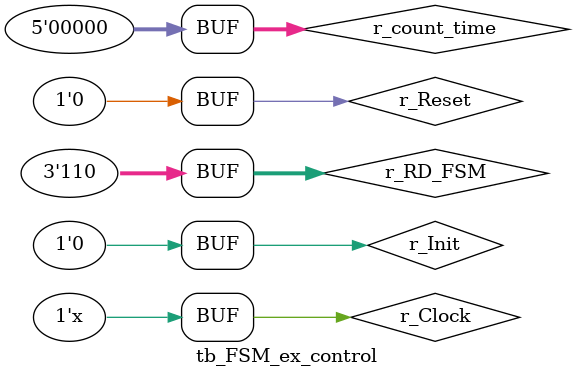
<source format=v>
`timescale 1us/1ns			//Simulation time (how often update values and sets value of delay time units)
module tb_FSM_ex_control;
	parameter s_IDLE	 = 2'b00;	//States for the main FSM
	parameter s_EXPOSURE = 2'b01;
	parameter s_READOUT	 = 2'b10;
	
	parameter s_INIT	= 3'b000;	//States for the sub-FSM
	parameter s_NRE_1	= 3'b001;
	parameter s_ADC_1	= 3'b010;
	parameter s_NOTHING	= 3'b011;
	parameter s_NRE_2	= 3'b100;
	parameter s_ADC_2	= 3'b101;
  	parameter s_END		= 3'b110;

	reg r_Init		= 1'b0;
	reg r_Clock		= 1'b0;
	reg r_Reset		= 1'b0;
	reg [4:0] r_count_time = 5'd30;
	reg [2:0] r_RD_FSM = s_INIT;
	
	wire w_NRE_1;
	wire w_NRE_2;
	wire w_ADC;
	wire w_Expose;
	wire w_Erase;
	wire [1:0] w_Main_FSM;
	
	//Instantiation of FSM_ex_control, called UUT (Unit Under Test)
	FSM_ex_control UUT (
		.i_Init(r_Init),
		.i_Clock(r_Clock),
		.i_Reset(r_Reset),
		.i_count_time(r_count_time),
		.i_RD_FSM(r_RD_FSM),
		.o_NRE_1(w_NRE_1),
		.o_NRE_2(w_NRE_2),
		.o_ADC(w_ADC),
		.o_Expose(w_Expose),
		.o_Erase(w_Erase),
		.o_Main_FSM(w_Main_FSM)
	);
  	always #2.5 r_Clock <= !r_Clock;
	
  	initial begin				//Function calls to create a *.vcd file
  		$dumpfile("dump.vcd");	//NECESSARY JUST TO SIMULATE IN edaplayground.com
  		$dumpvars(1);			//WITH EITHER VERILOG OR SYSTEMVERILOG
	end
  
	initial begin	//Initial block
		r_Reset <= 1'b1; #10	//20us seconds
		r_Reset <= 1'b0; #10
		
      	r_Init <= 1'b1; #5
      	r_Init <= 1'b0; #40
		r_count_time <= 5'd0;
		
		r_RD_FSM <= s_INIT;		#10
		r_RD_FSM <= s_NRE_1;	#10
		r_RD_FSM <= s_ADC_1;	#10
		r_RD_FSM <= s_NRE_1;	#10
		r_RD_FSM <= s_NOTHING;	#10
		r_RD_FSM <= s_NRE_2;	#10
		r_RD_FSM <= s_ADC_2;	#10
		r_RD_FSM <= s_NRE_2;	#10
		r_RD_FSM <= s_END;		#10
		
		$display("Test Complete");
	end

endmodule	//tb_FSM_ex_control
</source>
